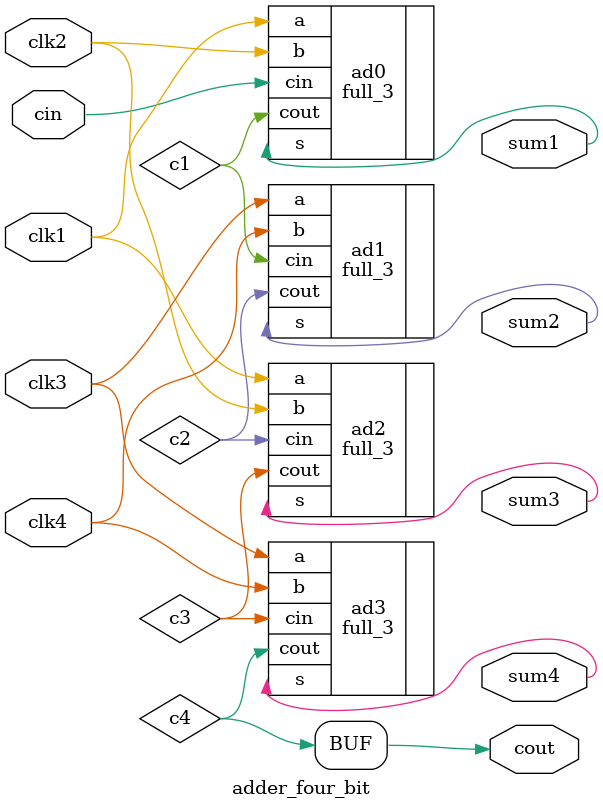
<source format=v>
module adder_four_bit(
output sum1,
output sum2,
output sum3,
output sum4,
output cout, 

input cin,
input clk1,
input clk2,
input clk3,
input clk4);

wire c1,c2,c3,c4;

full_3 ad0( .a(clk1), .b(clk2),.cin(cin), .s(sum1), .cout(c1));
full_3 ad1( .a(clk3), .b(clk4),.cin(c1), .s(sum2), .cout(c2));
full_3 ad2( .a(clk1), .b(clk2),.cin(c2), .s(sum3), .cout(c3));
full_3 ad3( .a(clk3), .b(clk4),.cin(c3), .s(sum4), .cout(c4));
assign cout= c4;
endmodule
</source>
